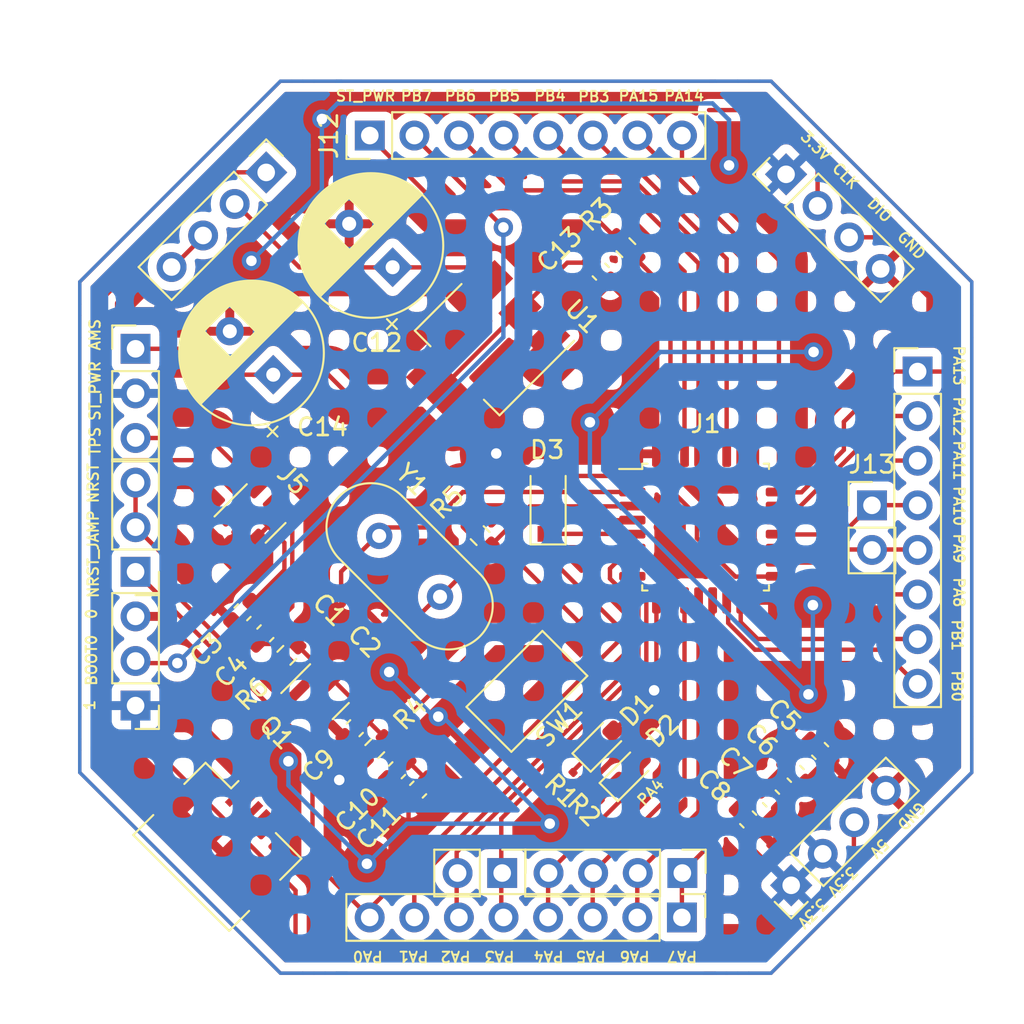
<source format=kicad_pcb>
(kicad_pcb (version 20221018) (generator pcbnew)
  (layers (0 "F.Cu" signal) (31 "B.Cu" signal) (34 "B.Paste" user) (35 "F.Paste" user) (36 "B.SilkS" user "B.Silkscreen") (37 "F.SilkS" user "F.Silkscreen") (38 "B.Mask" user) (39 "F.Mask" user) (44 "Edge.Cuts" user))
  (net 0 "")
  (net 1 "GND")
  (net 2 "Net-(C2-Pad1)")
  (net 3 "+5V")
  (net 4 "+3V3")
  (net 7 "+12V")
  (net 8 "Net-(J1-PF0)")
  (net 9 "Net-(J5-NR)")
  (net 10 "Net-(J1-NRST)")
  (net 11 "Net-(D3-K)")
  (net 12 "Net-(J15-Pin_2)")
  (net 13 "Net-(J14-Pin_1)")
  (net 14 "Net-(D1-K)")
  (net 15 "Net-(D2-K)")
  (net 16 "Net-(D2-A)")
  (net 17 "Net-(J1-PF1)")
  (net 18 "Net-(J1-PA0)")
  (net 19 "Net-(J1-PA1)")
  (net 20 "Net-(J1-PA2)")
  (net 21 "Net-(J1-PA3)")
  (net 22 "Net-(J1-PA5)")
  (net 23 "Net-(J1-PA6)")
  (net 24 "Net-(J1-PA7)")
  (net 25 "Net-(J1-PB0)")
  (net 26 "Net-(J1-PB1)")
  (net 27 "Net-(J1-PA8)")
  (net 28 "Net-(J1-PA9)")
  (net 29 "Net-(J1-PA10)")
  (net 30 "Net-(J1-PA11)")
  (net 31 "Net-(J1-PA12)")
  (net 32 "Net-(J1-PA13)")
  (net 33 "Net-(J1-PA14)")
  (net 34 "Net-(J1-PA15)")
  (net 35 "Net-(J1-PB3)")
  (net 36 "Net-(J1-PB4)")
  (net 37 "Net-(J1-PB5)")
  (net 38 "Net-(J1-PB6)")
  (net 39 "Net-(J1-PB7)")
  (net 40 "Net-(J1-BOOT0)")
  (net 41 "Net-(J14-Pin_3)")
  (net 42 "Net-(J12-Pin_1)")
  (net 43 "Net-(J11-Pin_2)")
  (net 44 "Net-(Q1-G)")
  (footprint "Resistor_SMD:R_0603_1608Metric" (layer "F.Cu") (at 146.583363 100.916637 -135)
    (fp_text reference "R4")
    (fp_text value "5-10kOm")
  )
  (footprint "Crystal:Crystal_HC18-U_Vertical" (layer "F.Cu") (at 146.835177 88.8 -45)
    (fp_text reference "Y1")
    (fp_text value "8MHz")
  )
  (footprint "Capacitor_THT:CP_Radial_D8.0mm_P3.50mm" (layer "F.Cu") (at 147.6 73.5 135)
    (fp_text reference "C12")
    (fp_text value "100mkF")
  )
  (footprint "Capacitor_SMD:C_0603_1608Metric" (layer "F.Cu") (at 147.851992 102.148008 45)
    (fp_text reference "C10")
    (fp_text value "1uF")
  )
  (footprint "Button_Switch_SMD:SW_SPST_FSMSM" (layer "F.Cu") (at 155.24562 97.65438 -135)
    (fp_text reference "SW1")
    (fp_text value "SW_Push")
  )
  (footprint "Connector_PinHeader_2.54mm:PinHeader_1x04_P2.54mm_Vertical" (layer "F.Cu") (at 170.3 108.7 135)
    (fp_text reference "J3" hide)
    (fp_text value "Conn_01x04_Female")
  )
  (footprint "Capacitor_SMD:C_0603_1608Metric" (layer "F.Cu") (at 139.051992 93.148008 -135)
    (fp_text reference "C3")
    (fp_text value "0.1uF")
  )
  (footprint "Connector_PinHeader_2.54mm:PinHeader_1x03_P2.54mm_Vertical" (layer "F.Cu") (at 132.959584 78.144721)
    (fp_text reference "J14" hide)
    (fp_text value "Conn_01x03_Female")
  )
  (footprint "Connector_PinHeader_2.54mm:PinHeader_1x08_P2.54mm_Vertical" (layer "F.Cu") (at 146.3 66 90)
    (fp_text reference "J12")
    (fp_text value "Conn_01x08_Female")
  )
  (footprint "Package_QFP:LQFP-32_7x7mm_P0.8mm" (layer "F.Cu") (at 165.425 88.3)
    (fp_text reference "J1")
    (fp_text value "stm32f030k6t6")
  )
  (footprint "Connector_PinHeader_2.54mm:PinHeader_1x04_P2.54mm_Vertical" (layer "F.Cu") (at 170.007898 68.207898 45)
    (fp_text reference "J4" hide)
    (fp_text value "SWD")
  )
  (footprint "Connector_PinHeader_2.54mm:PinHeader_1x02_P2.54mm_Vertical" (layer "F.Cu") (at 153.84 108 -90)
    (fp_text reference "J8" hide)
    (fp_text value "uart")
  )
  (footprint "Connector_USB:USB_Micro-B_Amphenol_10104110_Horizontal" (layer "F.Cu") (at 138.501996 105.622309 -45)
    (fp_text reference "J2" hide)
    (fp_text value "micro_usb" hide)
  )
  (footprint "Resistor_SMD:R_0603_1608Metric" (layer "F.Cu") (at 152.583363 88.783363 135)
    (fp_text reference "R5")
    (fp_text value "390 Om")
  )
  (footprint "Package_TO_SOT_SMD:SOT-23" (layer "F.Cu") (at 143.5445 97.6707 45)
    (fp_text reference "Q1")
    (fp_text value "MMBF170")
  )
  (footprint "Capacitor_SMD:C_0603_1608Metric" (layer "F.Cu") (at 159.451992 73.751992 -45)
    (fp_text reference "C13")
    (fp_text value "0.1nF")
  )
  (footprint "LED_SMD:LED_0603_1608Metric_Pad1.05x0.95mm_HandSolder" (layer "F.Cu") (at 159.533249 100.535164 45)
    (fp_text reference "D1")
    (fp_text value "LED")
  )
  (footprint "Connector_PinHeader_2.54mm:PinHeader_1x04_P2.54mm_Vertical" (layer "F.Cu") (at 164.1 108 -90)
    (fp_text reference "J7" hide)
    (fp_text value "spi")
  )
  (footprint "Package_TO_SOT_SMD:SOT-23-5" (layer "F.Cu") (at 139.832583 87.523915 45)
    (fp_text reference "J5")
    (fp_text value "TPS73133DBV")
  )
  (footprint "Capacitor_SMD:C_0201_0603Metric" (layer "F.Cu") (at 146.943952 93.943952 135)
    (fp_text reference "C2")
    (fp_text value "20pF")
  )
  (footprint "Diode_SMD:D_SOD-123" (layer "F.Cu") (at 156.454584 87.034721 90)
    (fp_text reference "D3")
    (fp_text value "MBR0540")
  )
  (footprint "Capacitor_SMD:C_0603_1608Metric" (layer "F.Cu") (at 149.051992 103.248008 45)
    (fp_text reference "C11")
    (fp_text value "10nF")
  )
  (footprint "Capacitor_SMD:C_0603_1608Metric" (layer "F.Cu") (at 171.948008 101.048008 -45)
    (fp_text reference "C6")
    (fp_text value "0.1nF")
  )
  (footprint "Resistor_SMD:R_0201_0603Metric" (layer "F.Cu") (at 158.1 102.5 135)
    (fp_text reference "R1")
    (fp_text value "10kOm")
  )
  (footprint "Capacitor_SMD:C_0603_1608Metric" (layer "F.Cu") (at 170.551992 102.351992 -45)
    (fp_text reference "C8")
    (fp_text value "0.1nF")
  )
  (footprint "Resistor_SMD:R_0603_1608Metric" (layer "F.Cu") (at 160.883363 72.383363 135)
    (fp_text reference "R3")
    (fp_text value "10kOm")
  )
  (footprint "Connector_PinHeader_2.54mm:PinHeader_1x04_P2.54mm_Vertical" (layer "F.Cu") (at 140.4 68.1 -45)
    (fp_text reference "J15" hide)
    (fp_text value "Conn_01x04_Female")
  )
  (footprint "Resistor_SMD:R_0201_0603Metric" (layer "F.Cu") (at 159.2 103.6 -45)
    (fp_text reference "R2")
    (fp_text value "10kOm")
  )
  (footprint "Connector_PinHeader_2.54mm:PinHeader_1x02_P2.54mm_Vertical" (layer "F.Cu") (at 174.9 87.06)
    (fp_text reference "J13")
    (fp_text value "i2c")
  )
  (footprint "Capacitor_SMD:C_0603_1608Metric" (layer "F.Cu") (at 167.848008 104.948008 -45)
    (fp_text reference "C7")
    (fp_text value "0.1nF")
  )
  (footprint "Capacitor_SMD:C_0603_1608Metric" (layer "F.Cu") (at 169.151992 103.751992 -45)
    (fp_text reference "C5")
    (fp_text value "0.1nF")
  )
  (footprint "Capacitor_THT:CP_Radial_D8.0mm_P3.50mm" (layer "F.Cu") (at 140.801021 79.620118 135)
    (fp_text reference "C14")
    (fp_text value "470mkF")
  )
  (footprint "Capacitor_SMD:C_0603_1608Metric" (layer "F.Cu") (at 140.351992 94.348008 -135)
    (fp_text reference "C4")
    (fp_text value "0.1uF")
  )
  (footprint "LED_SMD:LED_0603_1608Metric_Pad1.05x0.95mm_HandSolder" (layer "F.Cu") (at 161.081282 102.218718 45)
    (fp_text reference "D2")
    (fp_text value "LED")
  )
  (footprint "Package_TO_SOT_SMD:SOT-223-3_TabPin2" (layer "F.Cu") (at 152.627386 78.172614 -135)
    (fp_text reference "U1")
    (fp_text value "AMS1117-3.3")
  )
  (footprint "Resistor_SMD:R_0603_1608Metric" (layer "F.Cu") (at 141.574929 95.601671 -135)
    (fp_text reference "R6")
    (fp_text value "2kOm")
  )
  (footprint "Connector_PinHeader_2.54mm:PinHeader_1x03_P2.54mm_Vertical" (layer "F.Cu") (at 132.959584 90.844721 180)
    (fp_text reference "J11" hide)
    (fp_text value "Сделать вместе")
  )
  (footprint "Capacitor_SMD:C_0201_0603Metric" (layer "F.Cu") (at 144.926274 92.026274 -45)
    (fp_text reference "C1")
    (fp_text value "20pF")
  )
  (footprint "Connector_PinHeader_2.54mm:PinHeader_1x08_P2.54mm_Vertical" (layer "F.Cu") (at 164.074584 110.529721 -90)
    (fp_text reference "J10" hide)
    (fp_text value "Сделать вместе")
  )
  (footprint "Connector_PinHeader_2.54mm:PinHeader_1x03_P2.54mm_Vertical" (layer "F.Cu") (at 132.959584 98.464721 180)
    (fp_text reference "J6" hide)
    (fp_text value "BOOT")
  )
  (footprint "Connector_PinHeader_2.54mm:PinHeader_1x08_P2.54mm_Vertical" (layer "F.Cu") (at 177.5 79.44)
    (fp_text reference "J9" hide)
    (fp_text value "Сделать вместе")
  )
  (footprint "Capacitor_SMD:C_0603_1608Metric" (layer "F.Cu") (at 145.448008 99.751992 -135)
    (fp_text reference "C9")
    (fp_text value "100nF")
  )
  (gr_line (start 180.584584 77.509721) (end 180.584584 76.239721) (stroke (width 0.2)) (layer "F.Cu"))
  (gr_line (start 129.784584 77.509721) (end 129.784584 76.239721) (stroke (width 0.2)) (layer "F.Cu"))
  (gr_line (start 169.154584 62.904721) (end 167.884584 62.904721) (stroke (width 0.2)) (layer "F.Cu"))
  (gr_line (start 129.784584 75.60472) (end 129.784584 76.239721) (stroke (width 0.2)) (layer "F.Cu"))
  (gr_line (start 169.154584 62.904721) (end 180.584584 74.334721) (stroke (width 0.2)) (layer "F.Cu"))
  (gr_line (start 144.389585 113.704721) (end 143.119584 113.704721) (stroke (width 0.2)) (layer "F.Cu"))
  (gr_line (start 180.584584 74.334721) (end 180.584584 75.604721) (stroke (width 0.2)) (layer "F.Cu"))
  (gr_line (start 180.584584 102.274721) (end 180.584584 101.004721) (stroke (width 0.2)) (layer "F.Cu"))
  (gr_line (start 143.119583 113.704721) (end 142.484584 113.704721) (stroke (width 0.2)) (layer "F.Cu"))
  (gr_line (start 129.784584 100.369721) (end 129.784584 101.004722) (stroke (width 0.2)) (layer "F.Cu"))
  (gr_line (start 165.979584 62.904721) (end 144.389585 62.904721) (stroke (width 0.2)) (layer "F.Cu"))
  (gr_line (start 180.584584 102.274721) (end 169.154584 113.704721) (stroke (width 0.2)) (layer "F.Cu"))
  (gr_line (start 165.662084 62.904721) (end 167.884584 62.904721) (stroke (width 0.2)) (layer "F.Cu"))
  (gr_line (start 141.214584 113.704721) (end 129.784584 102.274721) (stroke (width 0.2)) (layer "F.Cu"))
  (gr_line (start 180.584584 101.004721) (end 180.584584 100.369721) (stroke (width 0.2)) (layer "F.Cu"))
  (gr_line (start 129.784584 75.60472) (end 129.784584 74.334721) (stroke (width 0.2)) (layer "F.Cu"))
  (gr_line (start 144.389585 62.904721) (end 143.119584 62.904721) (stroke (width 0.2)) (layer "F.Cu"))
  (gr_line (start 129.784584 99.099721) (end 129.784584 100.369721) (stroke (width 0.2)) (layer "F.Cu"))
  (gr_line (start 180.584584 76.239721) (end 180.584584 75.604721) (stroke (width 0.2)) (layer "F.Cu"))
  (gr_line (start 129.784584 77.509721) (end 129.784584 99.099721) (stroke (width 0.2)) (layer "F.Cu"))
  (gr_line (start 143.119584 62.904721) (end 141.849584 62.904721) (stroke (width 0.2)) (layer "F.Cu"))
  (gr_line (start 141.849584 62.904721) (end 141.214584 62.904721) (stroke (width 0.2)) (layer "F.Cu"))
  (gr_line (start 180.584584 99.099721) (end 180.584584 100.369721) (stroke (width 0.2)) (layer "F.Cu"))
  (gr_line (start 142.484584 113.704721) (end 141.214584 113.704721) (stroke (width 0.2)) (layer "F.Cu"))
  (gr_line (start 180.584584 99.099721) (end 180.584584 77.509721) (stroke (width 0.2)) (layer "F.Cu"))
  (gr_line (start 129.784584 101.004722) (end 129.784584 102.274721) (stroke (width 0.2)) (layer "F.Cu"))
  (gr_line (start 129.784584 74.334721) (end 141.214584 62.904721) (stroke (width 0.2)) (layer "F.Cu"))
  (gr_line (start 144.389585 113.704721) (end 165.979585 113.704721) (stroke (width 0.2)) (layer "F.Cu"))
  (gr_line (start 165.344584 113.704721) (end 166.614584 113.704721) (stroke (width 0.2)) (layer "F.Cu"))
  (gr_line (start 169.154584 113.704721) (end 167.884584 113.704721) (stroke (width 0.2)) (layer "F.Cu"))
  (gr_line (start 166.614584 113.704721) (end 167.884584 113.704721) (stroke (width 0.2)) (layer "F.Cu"))
  (gr_line (start 165.976299 62.9031) (end 144.3863 62.9031) (stroke (width 0.2)) (layer "B.Cu"))
  (gr_line (start 129.7813 77.5081) (end 129.7813 99.0981) (stroke (width 0.2)) (layer "B.Cu"))
  (gr_line (start 180.5813 76.2381) (end 180.5813 77.5081) (stroke (width 0.2)) (layer "B.Cu"))
  (gr_line (start 180.5813 102.2731) (end 169.1513 113.7031) (stroke (width 0.2)) (layer "B.Cu"))
  (gr_line (start 129.7813 101.0031) (end 129.7813 102.2731) (stroke (width 0.2)) (layer "B.Cu"))
  (gr_line (start 168.5163 62.9031) (end 167.2463 62.9031) (stroke (width 0.2)) (layer "B.Cu"))
  (gr_line (start 142.4813 62.9031) (end 141.2113 62.9031) (stroke (width 0.2)) (layer "B.Cu"))
  (gr_line (start 180.5813 101.003101) (end 180.5813 100.3681) (stroke (width 0.2)) (layer "B.Cu"))
  (gr_line (start 129.7813 75.6031) (end 129.7813 74.3331) (stroke (width 0.2)) (layer "B.Cu"))
  (gr_line (start 144.386299 113.7031) (end 165.976299 113.7031) (stroke (width 0.2)) (layer "B.Cu"))
  (gr_line (start 129.7813 74.3331) (end 141.2113 62.9031) (stroke (width 0.2)) (layer "B.Cu"))
  (gr_line (start 143.7513 113.7031) (end 145.0213 113.7031) (stroke (width 0.2)) (layer "B.Cu"))
  (gr_line (start 180.5813 99.0981) (end 180.5813 77.5081) (stroke (width 0.2)) (layer "B.Cu"))
  (gr_line (start 167.8813 113.7031) (end 167.246301 113.7031) (stroke (width 0.2)) (layer "B.Cu"))
  (gr_line (start 129.7813 75.6031) (end 129.7813 76.2381) (stroke (width 0.2)) (layer "B.Cu"))
  (gr_line (start 169.1513 62.9031) (end 180.5813 74.3331) (stroke (width 0.2)) (layer "B.Cu"))
  (gr_line (start 142.4813 113.7031) (end 141.2113 113.7031) (stroke (width 0.2)) (layer "B.Cu"))
  (gr_line (start 180.5813 76.2381) (end 180.5813 75.603099) (stroke (width 0.2)) (layer "B.Cu"))
  (gr_line (start 167.2463 62.9031) (end 165.976299 62.9031) (stroke (width 0.2)) (layer "B.Cu"))
  (gr_line (start 142.4813 62.9031) (end 144.7038 62.9031) (stroke (width 0.2)) (layer "B.Cu"))
  (gr_line (start 129.7813 100.3681) (end 129.7813 101.0031) (stroke (width 0.2)) (layer "B.Cu"))
  (gr_line (start 167.2463 113.7031) (end 165.976299 113.7031) (stroke (width 0.2)) (layer "B.Cu"))
  (gr_line (start 180.5813 100.3681) (end 180.5813 99.0981) (stroke (width 0.2)) (layer "B.Cu"))
  (gr_line (start 169.1513 62.9031) (end 168.5163 62.9031) (stroke (width 0.2)) (layer "B.Cu"))
  (gr_line (start 180.5813 74.3331) (end 180.5813 75.603099) (stroke (width 0.2)) (layer "B.Cu"))
  (gr_line (start 142.4813 113.7031) (end 143.7513 113.7031) (stroke (width 0.2)) (layer "B.Cu"))
  (gr_line (start 180.5813 102.2731) (end 180.5813 101.003101) (stroke (width 0.2)) (layer "B.Cu"))
  (gr_line (start 129.7813 76.2381) (end 129.7813 77.5081) (stroke (width 0.2)) (layer "B.Cu"))
  (gr_line (start 141.2113 113.7031) (end 129.7813 102.2731) (stroke (width 0.2)) (layer "B.Cu"))
  (gr_line (start 169.1513 113.7031) (end 167.8813 113.7031) (stroke (width 0.2)) (layer "B.Cu"))
  (gr_line (start 129.7813 100.3681) (end 129.7813 99.0981) (stroke (width 0.2)) (layer "B.Cu"))
  (gr_text "3.3V" (at 173.7 107.5 -135) (layer "F.SilkS") (effects (font (size 0.6 0.6) (thickness 0.1125)) (justify left bottom)))
  (gr_text "PA10\n" (at 179.5 85.9 270) (layer "F.SilkS") (effects (font (size 0.6 0.6) (thickness 0.1125)) (justify left bottom)))
  (gr_text "PA5" (at 159.8 112.4 180) (layer "F.SilkS") (effects (font (size 0.6 0.6) (thickness 0.1125)) (justify left bottom)))
  (gr_text "PA6" (at 162.3 112.4 180) (layer "F.SilkS") (effects (font (size 0.6 0.6) (thickness 0.1125)) (justify left bottom)))
  (gr_text "PA7" (at 165 112.4 180) (layer "F.SilkS") (effects (font (size 0.6 0.6) (thickness 0.1125)) (justify left bottom)))
  (gr_text "PB1" (at 179.4 93.5 270) (layer "F.SilkS") (effects (font (size 0.6 0.6) (thickness 0.1125)) (justify left bottom)))
  (gr_text "PA2" (at 152.1 112.4 180) (layer "F.SilkS") (effects (font (size 0.6 0.6) (thickness 0.1125)) (justify left bottom)))
  (gr_text "3.3V" (at 170.7 66.1 315) (layer "F.SilkS") (effects (font (size 0.6 0.6) (thickness 0.1125)) (justify left bottom)))
  (gr_text "PA15\n" (at 160.4 64.1) (layer "F.SilkS") (effects (font (size 0.6 0.6) (thickness 0.1125)) (justify left bottom)))
  (gr_text "BOOT0" (at 130.8 97.4 90) (layer "F.SilkS") (effects (font (size 0.6 0.6) (thickness 0.1125)) (justify left bottom)))
  (gr_text "PB4\n" (at 155.6 64.1) (layer "F.SilkS") (effects (font (size 0.6 0.6) (thickness 0.1125)) (justify left bottom)))
  (gr_text "ST_PWR" (at 131 82.3 90) (layer "F.SilkS") (effects (font (size 0.6 0.6) (thickness 0.1125)) (justify left bottom)))
  (gr_text "PA12\n" (at 179.5 80.8 270) (layer "F.SilkS") (effects (font (size 0.6 0.6) (thickness 0.1125)) (justify left bottom)))
  (gr_text "PB0" (at 179.4 96.4 270) (layer "F.SilkS") (effects (font (size 0.6 0.6) (thickness 0.1125)) (justify left bottom)))
  (gr_text "PA4" (at 161.9 104.3 45) (layer "F.SilkS") (effects (font (size 0.6 0.6) (thickness 0.1125)) (justify left bottom)))
  (gr_text "TPS" (at 131 84.3 90) (layer "F.SilkS") (effects (font (size 0.6 0.6) (thickness 0.1125)) (justify left bottom)))
  (gr_text "3.3V" (at 172 109.3 -135) (layer "F.SilkS") (effects (font (size 0.6 0.6) (thickness 0.1125)) (justify left bottom)))
  (gr_text "PA9" (at 179.5 88.6 270) (layer "F.SilkS") (effects (font (size 0.6 0.6) (thickness 0.1125)) (justify left bottom)))
  (gr_text "CLK" (at 172.5 67.9 315) (layer "F.SilkS") (effects (font (size 0.6 0.6) (thickness 0.1125)) (justify left bottom)))
  (gr_text "DIO" (at 174.5 69.9 315) (layer "F.SilkS") (effects (font (size 0.6 0.6) (thickness 0.1125)) (justify left bottom)))
  (gr_text "GND" (at 177.6 103.8 -135) (layer "F.SilkS") (effects (font (size 0.6 0.6) (thickness 0.1125)) (justify left bottom)))
  (gr_text "0\n" (at 130.8 93.6 90) (layer "F.SilkS") (effects (font (size 0.6 0.6) (thickness 0.1125)) (justify left bottom)))
  (gr_text "AMS" (at 131 78.3 90) (layer "F.SilkS") (effects (font (size 0.6 0.6) (thickness 0.1125)) (justify left bottom)))
  (gr_text "PA1" (at 149.7 112.4 180) (layer "F.SilkS") (effects (font (size 0.6 0.6) (thickness 0.1125)) (justify left bottom)))
  (gr_text "PA14" (at 163 64.1) (layer "F.SilkS") (effects (font (size 0.6 0.6) (thickness 0.1125)) (justify left bottom)))
  (gr_text "PB3\n\n" (at 158.1 65.1) (layer "F.SilkS") (effects (font (size 0.6 0.6) (thickness 0.1125)) (justify left bottom)))
  (gr_text "1\n" (at 130.7 98.8 90) (layer "F.SilkS") (effects (font (size 0.6 0.6) (thickness 0.1125)) (justify left bottom)))
  (gr_text "PB6\n" (at 150.5 64.1) (layer "F.SilkS") (effects (font (size 0.6 0.6) (thickness 0.1125)) (justify left bottom)))
  (gr_text "5V" (at 175.5 105.9 225) (layer "F.SilkS") (effects (font (size 0.6 0.6) (thickness 0.1125)) (justify left bottom)))
  (gr_text "PA4" (at 157.4 112.4 180) (layer "F.SilkS") (effects (font (size 0.6 0.6) (thickness 0.1125)) (justify left bottom)))
  (gr_text "PA11\n" (at 179.5 83.3 270) (layer "F.SilkS") (effects (font (size 0.6 0.6) (thickness 0.1125)) (justify left bottom)))
  (gr_text "NRST" (at 130.9 87 90) (layer "F.SilkS") (effects (font (size 0.6 0.6) (thickness 0.1125)) (justify left bottom)))
  (gr_text "GND" (at 176.2 71.8 315) (layer "F.SilkS") (effects (font (size 0.6 0.6) (thickness 0.1125)) (justify left bottom)))
  (gr_text "PB5\n" (at 153 64.1) (layer "F.SilkS") (effects (font (size 0.6 0.6) (thickness 0.1125)) (justify left bottom)))
  (gr_text "PA3" (at 154.6 112.4 180) (layer "F.SilkS") (effects (font (size 0.6 0.6) (thickness 0.1125)) (justify left bottom)))
  (gr_text "PB7\n" (at 148 64.1) (layer "F.SilkS") (effects (font (size 0.6 0.6) (thickness 0.1125)) (justify left bottom)))
  (gr_text "PA13" (at 179.5 77.9 270) (layer "F.SilkS") (effects (font (size 0.6 0.6) (thickness 0.1125)) (justify left bottom)))
  (gr_text "ST_PWR" (at 144.3 64.1) (layer "F.SilkS") (effects (font (size 0.6 0.6) (thickness 0.1125)) (justify left bottom)))
  (gr_text "PA0" (at 147.1 112.4 180) (layer "F.SilkS") (effects (font (size 0.6 0.6) (thickness 0.1125)) (justify left bottom)))
  (gr_text "NRST_JAMP" (at 130.9 92.4 90) (layer "F.SilkS") (effects (font (size 0.6 0.6) (thickness 0.1125)) (justify left bottom)))
  (gr_text "PA8" (at 179.5 91.1 270) (layer "F.SilkS") (effects (font (size 0.6 0.6) (thickness 0.1125)) (justify left bottom)))
  (via (at 135.3403 96.0451) (size 1.1) (drill 0.6) (layers "F.Cu" "B.Cu") (net 0))
  (via (at 153.9077 71.2293) (size 1.1) (drill 0.6) (layers "F.Cu" "B.Cu") (net 0))
  (segment (start 156.5493 105.1891) (end 158.366323 103.372077) (width 0.25) (layer "F.Cu") (net 1))
  (segment (start 140.9791 94.9529) (end 141.000684 94.931316) (width 0.25) (layer "F.Cu") (net 1))
  (segment (start 139.803068 94.9529) (end 140.9791 94.9529) (width 0.25) (layer "F.Cu") (net 1))
  (segment (start 141.000684 94.931316) (end 142.1729 93.7591) (width 0.25) (layer "F.Cu") (net 1))
  (segment (start 141.000684 95.076084) (end 142.0205 96.0959) (width 0.25) (layer "F.Cu") (net 1))
  (segment (start 139.781484 94.931316) (end 139.803068 94.9529) (width 0.25) (layer "F.Cu") (net 1))
  (segment (start 143.553339 99.005364) (end 143.553339 100.194139) (width 0.25) (layer "F.Cu") (net 1))
  (segment (start 141.0807 98.2549) (end 141.831164 99.005364) (width 0.25) (layer "F.Cu") (net 1))
  (segment (start 158.366323 103.372077) (end 158.937865 103.372077) (width 0.25) (layer "F.Cu") (net 1))
  (segment (start 142.0205 96.0959) (end 142.0205 96.6039) (width 0.25) (layer "F.Cu") (net 1))
  (segment (start 141.0807 97.5437) (end 141.0807 98.2549) (width 0.25) (layer "F.Cu") (net 1))
  (segment (start 143.553339 100.194139) (end 143.6207 100.2615) (width 0.25) (layer "F.Cu") (net 1))
  (segment (start 142.0205 96.6039) (end 141.0807 97.5437) (width 0.25) (layer "F.Cu") (net 1))
  (segment (start 148.506991 105.103409) (end 146.1353 107.4751) (width 0.25) (layer "F.Cu") (net 1))
  (segment (start 142.1729 93.7591) (end 142.5793 93.7591) (width 0.25) (layer "F.Cu") (net 1))
  (segment (start 141.831164 99.005364) (end 143.553339 99.005364) (width 0.25) (layer "F.Cu") (net 1))
  (segment (start 158.366323 102.766323) (end 158.366323 103.372077) (width 0.25) (layer "F.Cu") (net 1))
  (segment (start 158.326274 102.726274) (end 158.366323 102.766323) (width 0.25) (layer "F.Cu") (net 1))
  (segment (start 148.506991 103.843048) (end 148.506991 105.103409) (width 0.25) (layer "F.Cu") (net 1))
  (segment (start 141.000684 94.931316) (end 141.000684 95.076084) (width 0.25) (layer "F.Cu") (net 1))
  (via (at 146.1353 107.4751) (size 1.1) (drill 0.6) (layers "F.Cu" "B.Cu") (net 1))
  (via (at 139.5567 73.1343) (size 1.1) (drill 0.6) (layers "F.Cu" "B.Cu") (net 1))
  (via (at 171.2813 97.8231) (size 1.1) (drill 0.6) (layers "F.Cu" "B.Cu") (net 1))
  (via (at 166.7601 67.6987) (size 1.1) (drill 0.6) (layers "F.Cu" "B.Cu") (net 1))
  (via (at 147.4053 96.5531) (size 1.1) (drill 0.6) (layers "F.Cu" "B.Cu") (net 1))
  (via (at 141.6649 101.6331) (size 1.1) (drill 0.6) (layers "F.Cu" "B.Cu") (net 1))
  (via (at 158.8353 82.3291) (size 1.1) (drill 0.6) (layers "F.Cu" "B.Cu") (net 1))
  (via (at 171.5353 92.7431) (size 1.1) (drill 0.6) (layers "F.Cu" "B.Cu") (net 1))
  (via (at 156.5493 105.1891) (size 1.1) (drill 0.6) (layers "F.Cu" "B.Cu") (net 1))
  (via (at 143.5699 65.0571) (size 1.1) (drill 0.6) (layers "F.Cu" "B.Cu") (net 1))
  (via (at 171.575693 78.325378) (size 1.1) (drill 0.6) (layers "F.Cu" "B.Cu") (net 1))
  (via (at 150.1993 99.0931) (size 1.1) (drill 0.6) (layers "F.Cu" "B.Cu") (net 1))
  (segment (start 158.8353 82.3291) (end 158.8353 85.3771) (width 0.25) (layer "B.Cu") (net 1))
  (segment (start 148.4213 105.1891) (end 156.5493 105.1891) (width 0.25) (layer "B.Cu") (net 1))
  (segment (start 165.8203 64.1681) (end 144.4589 64.1681) (width 0.25) (layer "B.Cu") (net 1))
  (segment (start 141.6649 103.0047) (end 146.1353 107.4751) (width 0.25) (layer "B.Cu") (net 1))
  (segment (start 149.9453 99.0931) (end 150.1993 99.0931) (width 0.25) (layer "B.Cu") (net 1))
  (segment (start 158.8353 85.3771) (end 171.2813 97.8231) (width 0.25) (layer "B.Cu") (net 1))
  (segment (start 171.5353 97.5691) (end 171.2813 97.8231) (width 0.25) (layer "B.Cu") (net 1))
  (segment (start 147.4053 96.5531) (end 149.9453 99.0931) (width 0.25) (layer "B.Cu") (net 1))
  (segment (start 171.5353 92.7431) (end 171.5353 97.5691) (width 0.25) (layer "B.Cu") (net 1))
  (segment (start 144.4589 64.1681) (end 143.5699 65.0571) (width 0.25) (layer "B.Cu") (net 1))
  (segment (start 162.839022 78.325378) (end 158.8353 82.3291) (width 0.25) (layer "B.Cu") (net 1))
  (segment (start 166.7601 65.1079) (end 165.8203 64.1681) (width 0.25) (layer "B.Cu") (net 1))
  (segment (start 141.6649 101.6331) (end 141.6649 103.0047) (width 0.25) (layer "B.Cu") (net 1))
  (segment (start 150.1993 99.0931) (end 150.4533 99.0931) (width 0.25) (layer "B.Cu") (net 1))
  (segment (start 171.575693 78.325378) (end 162.839022 78.325378) (width 0.25) (layer "B.Cu") (net 1))
  (segment (start 146.1353 107.4751) (end 148.4213 105.1891) (width 0.25) (layer "B.Cu") (net 1))
  (segment (start 150.4533 99.0931) (end 156.5493 105.1891) (width 0.25) (layer "B.Cu") (net 1))
  (segment (start 166.7601 67.6987) (end 166.7601 65.1079) (width 0.25) (layer "B.Cu") (net 1))
  (segment (start 143.5699 65.0571) (end 143.5699 69.1211) (width 0.25) (layer "B.Cu") (net 1))
  (segment (start 143.5699 69.1211) (end 139.5567 73.1343) (width 0.25) (layer "B.Cu") (net 1))
  (segment (start 150.3 92.264823) (end 152 90.564823) (width 0.25) (layer "F.Cu") (net 2))
  (segment (start 150.1993 92.2351) (end 148.195026 94.239374) (width 0.25) (layer "F.Cu") (net 2))
  (segment (start 151.9773 88.1711) (end 151.826574 88.020374) (width 0.25) (layer "F.Cu") (net 2))
  (segment (start 148.195026 94.239374) (end 147.123574 94.239374) (width 0.25) (layer "F.Cu") (net 2))
  (segment (start 152 90.564823) (end 152 88.2) (width 0.25) (layer "F.Cu") (net 2))
  (segment (start 169.2493 112.5551) (end 173.86968 107.93472) (width 0.25) (layer "F.Cu") (net 3))
  (segment (start 139.1503 86.9011) (end 140.503252 88.254053) (width 0.25) (layer "F.Cu") (net 3))
  (segment (start 139.1503 86.920001) (end 139.1503 86.9011) (width 0.25) (layer "F.Cu") (net 3))
  (segment (start 140.470635 68.09367) (end 138.27273 68.09367) (width 0.25) (layer "F.Cu") (net 3))
  (segment (start 141.4363 89.187101) (end 140.503252 88.254053) (width 0.25) (layer "F.Cu") (net 3))
  (segment (start 140.503252 88.254053) (end 139.732916 89.024389) (width 0.25) (layer "F.Cu") (net 3))
  (segment (start 131.1493 84.4881) (end 131.1493 100.3631) (width 0.25) (layer "F.Cu") (net 3))
  (segment (start 131.1493 75.2171) (end 131.1493 84.4881) (width 0.25) (layer "F.Cu") (net 3))
  (segment (start 173.86968 107.93472) (end 173.86968 105.179625) (width 0.25) (layer "F.Cu") (net 3))
  (segment (start 131.1493 84.4881) (end 136.7373 84.4881) (width 0.25) (layer "F.Cu") (net 3))
  (segment (start 135.688818 100.6171) (end 138.678773 103.607055) (width 0.25) (layer "F.Cu") (net 3))
  (segment (start 131.4033 100.6171) (end 133.6893 100.6171) (width 0.25) (layer "F.Cu") (net 3))
  (segment (start 133.6893 100.6171) (end 142.0713 108.9991) (width 0.25) (layer "F.Cu") (net 3))
  (segment (start 131.1493 100.3631) (end 131.4033 100.6171) (width 0.25) (layer "F.Cu") (net 3))
  (segment (start 139.15975 86.910551) (end 138.389414 87.680887) (width 0.25) (layer "F.Cu") (net 3))
  (segment (start 142.0713 108.9991) (end 142.0713 111.7931) (width 0.25) (layer "F.Cu") (net 3))
  (segment (start 138.389414 87.680887) (end 139.1503 86.920001) (width 0.25) (layer "F.Cu") (net 3))
  (segment (start 131.4033 100.6171) (end 135.688818 100.6171) (width 0.25) (layer "F.Cu") (net 3))
  (segment (start 142.0713 111.7931) (end 142.8333 112.5551) (width 0.25) (layer "F.Cu") (net 3))
  (segment (start 141.4363 90.746922) (end 141.4363 89.187101) (width 0.25) (layer "F.Cu") (net 3))
  (segment (start 142.8333 112.5551) (end 169.2493 112.5551) (width 0.25) (layer "F.Cu") (net 3))
  (segment (start 138.27273 68.09367) (end 131.1493 75.2171) (width 0.25) (layer "F.Cu") (net 3))
  (segment (start 139.612711 92.570511) (end 141.4363 90.746922) (width 0.25) (layer "F.Cu") (net 3))
  (segment (start 136.7373 84.4881) (end 139.15975 86.910551) (width 0.25) (layer "F.Cu") (net 3))
  (segment (start 145.747679 101.512721) (end 144.5605 102.6999) (width 0.25) (layer "F.Cu") (net 4))
  (segment (start 171.332471 100.428149) (end 169.985434 101.775186) (width 0.25) (layer "F.Cu") (net 4))
  (segment (start 161.114243 85.384721) (end 161.2482 85.518678) (width 0.25) (layer "F.Cu") (net 4))
  (segment (start 160.151967 99.916446) (end 160.170954 99.916446) (width 0.25) (layer "F.Cu") (net 4))
  (segment (start 160.170954 99.916446) (end 162.4929 97.5945) (width 0.25) (layer "F.Cu") (net 4))
  (segment (start 167.116878 91.118678) (end 169.5982 91.118678) (width 0.25) (layer "F.Cu") (net 4))
  (segment (start 154.778921 85.384721) (end 156.454584 85.384721) (width 0.25) (layer "F.Cu") (net 4))
  (segment (start 169.985434 101.775186) (end 168.638396 103.122224) (width 0.25) (layer "F.Cu") (net 4))
  (segment (start 162.786878 85.518678) (end 164.9313 87.6631) (width 0.25) (layer "F.Cu") (net 4))
  (segment (start 153.5013 84.1071) (end 154.778921 85.384721) (width 0.25) (layer "F.Cu") (net 4))
  (segment (start 161.2482 85.518678) (end 162.786878 85.518678) (width 0.25) (layer "F.Cu") (net 4))
  (segment (start 170.277578 108.771727) (end 167.291357 105.785506) (width 0.25) (layer "F.Cu") (net 4))
  (segment (start 167.291357 105.785506) (end 167.291357 104.469263) (width 0.25) (layer "F.Cu") (net 4))
  (segment (start 146.040584 101.512721) (end 145.747679 101.512721) (width 0.25) (layer "F.Cu") (net 4))
  (segment (start 156.454584 85.384721) (end 161.114243 85.384721) (width 0.25) (layer "F.Cu") (net 4))
  (segment (start 167.291357 104.469263) (end 168.638396 103.122224) (width 0.25) (layer "F.Cu") (net 4))
  (segment (start 164.9313 87.6631) (end 164.9313 88.9331) (width 0.25) (layer "F.Cu") (net 4))
  (segment (start 164.9313 88.9331) (end 167.116878 91.118678) (width 0.25) (layer "F.Cu") (net 4))
  (segment (start 172.073629 106.975676) (end 170.277578 108.771727) (width 0.25) (layer "F.Cu") (net 4))
  (via (at 162.4929 97.5945) (size 1.1) (drill 0.6) (layers "F.Cu" "B.Cu") (net 4))
  (via (at 153.5013 84.1071) (size 1.1) (drill 0.6) (layers "F.Cu" "B.Cu") (net 4))
  (via (at 144.5605 102.6999) (size 1.1) (drill 0.6) (layers "F.Cu" "B.Cu") (net 4))
  (segment (start 135.082481 73.481824) (end 136.878533 71.685772) (width 0.25) (layer "F.Cu") (net 7))
  (segment (start 161.25 86.3) (end 151.6 86.3) (width 0.25) (layer "F.Cu") (net 8))
  (segment (start 149.579723 88.320277) (end 146.835177 88.320277) (width 0.25) (layer "F.Cu") (net 8))
  (segment (start 146.734477 88.770277) (end 144.666752 90.838002) (width 0.25) (layer "F.Cu") (net 8))
  (segment (start 151.6 86.3) (end 149.579723 88.320277) (width 0.25) (layer "F.Cu") (net 8))
  (segment (start 144.666752 90.838002) (end 144.666752 91.782552) (width 0.25) (layer "F.Cu") (net 8))
  (segment (start 141.88582 92.82698) (end 140.8775 93.8353) (width 0.25) (layer "F.Cu") (net 9))
  (segment (start 141.88582 87.959957) (end 141.88582 92.82698) (width 0.25) (layer "F.Cu") (net 9))
  (segment (start 141.341584 87.415721) (end 141.88582 87.959957) (width 0.25) (layer "F.Cu") (net 9))
  (segment (start 153.166824 94.386481) (end 147.20731 100.345995) (width 0.25) (layer "F.Cu") (net 10))
  (segment (start 154.8983 88.4251) (end 154.8983 90.402957) (width 0.25) (layer "F.Cu") (net 10))
  (segment (start 145.966356 99.199477) (end 146.060792 99.199477) (width 0.25) (layer "F.Cu") (net 10))
  (segment (start 158.881824 94.386481) (end 153.166824 94.386481) (width 0.25) (layer "F.Cu") (net 10))
  (segment (start 144.300174 97.095523) (end 145.966356 98.761705) (width 0.25) (layer "F.Cu") (net 10))
  (segment (start 161.2482 87.918678) (end 161.239732 87.91021) (width 0.25) (layer "F.Cu") (net 10))
  (segment (start 154.8983 90.402957) (end 158.881824 94.386481) (width 0.25) (layer "F.Cu") (net 10))
  (segment (start 146.060792 99.199477) (end 147.20731 100.345995) (width 0.25) (layer "F.Cu") (net 10))
  (segment (start 155.41319 87.91021) (end 154.8983 88.4251) (width 0.25) (layer "F.Cu") (net 10))
  (segment (start 161.239732 87.91021) (end 155.41319 87.91021) (width 0.25) (layer "F.Cu") (net 10))
  (segment (start 145.966356 98.761705) (end 145.966356 99.199477) (width 0.25) (layer "F.Cu") (net 10))
  (segment (start 160.542776 94.718624) (end 151.7233 103.5381) (width 0.25) (layer "F.Cu") (net 11))
  (segment (start 161.2482 88.718678) (end 161.214243 88.684721) (width 0.25) (layer "F.Cu") (net 11))
  (segment (start 151.7233 103.5381) (end 150.394075 103.5381) (width 0.25) (layer "F.Cu") (net 11))
  (segment (start 149.603007 102.747032) (end 149.593927 102.747032) (width 0.25) (layer "F.Cu") (net 11))
  (segment (start 156.454584 88.684721) (end 156.454584 89.958807) (width 0.25) (layer "F.Cu") (net 11))
  (segment (start 148.444765 101.588792) (end 148.426381 101.588792) (width 0.25) (layer "F.Cu") (net 11))
  (segment (start 161.214243 88.684721) (end 156.454584 88.684721) (width 0.25) (layer "F.Cu") (net 11))
  (segment (start 150.394075 103.5381) (end 149.603007 102.747032) (width 0.25) (layer "F.Cu") (net 11))
  (segment (start 149.593927 102.747032) (end 148.4066 101.559705) (width 0.25) (layer "F.Cu") (net 11))
  (segment (start 160.542776 94.046999) (end 160.542776 94.718624) (width 0.25) (layer "F.Cu") (net 11))
  (segment (start 156.454584 89.958807) (end 160.542776 94.046999) (width 0.25) (layer "F.Cu") (net 11))
  (segment (start 147.118458 73.507595) (end 152.325459 73.507595) (width 0.25) (layer "F.Cu") (net 12))
  (segment (start 152.325459 73.507595) (end 153.177239 74.359375) (width 0.25) (layer "F.Cu") (net 12))
  (segment (start 142.292458 73.507595) (end 147.118458 73.507595) (width 0.25) (layer "F.Cu") (net 12))
  (segment (start 138.674584 69.889721) (end 142.292458 73.507595) (width 0.25) (layer "F.Cu") (net 12))
  (segment (start 154.803584 75.985721) (end 150.348812 80.440493) (width 0.25) (layer "F.Cu") (net 13))
  (segment (start 140.801021 79.620118) (end 143.934318 79.620118) (width 0.25) (layer "F.Cu") (net 13))
  (segment (start 140.801021 79.620118) (end 138.796591 79.620118) (width 0.25) (layer "F.Cu") (net 13))
  (segment (start 145.1193 80.8051) (end 149.984205 80.8051) (width 0.25) (layer "F.Cu") (net 13))
  (segment (start 143.934318 79.620118) (end 145.1193 80.8051) (width 0.25) (layer "F.Cu") (net 13))
  (segment (start 137.321194 78.144721) (end 132.959584 78.144721) (width 0.25) (layer "F.Cu") (net 13))
  (segment (start 149.984205 80.8051) (end 150.348812 80.440493) (width 0.25) (layer "F.Cu") (net 13))
  (segment (start 138.796591 79.620118) (end 137.321194 78.144721) (width 0.25) (layer "F.Cu") (net 13))
  (segment (start 158.914568 73.238705) (end 157.5506 73.238705) (width 0.25) (layer "F.Cu") (net 13))
  (segment (start 157.5506 73.238705) (end 154.803584 75.985721) (width 0.25) (layer "F.Cu") (net 13))
  (segment (start 157.860236 102.294446) (end 157.860236 102.208177) (width 0.25) (layer "F.Cu") (net 14))
  (segment (start 157.860236 102.208177) (end 158.914531 101.153882) (width 0.25) (layer "F.Cu") (net 14))
  (segment (start 159.47668 103.824625) (end 159.390413 103.824625) (width 0.25) (layer "F.Cu") (net 15))
  (segment (start 160.534866 102.766439) (end 159.47668 103.824625) (width 0.25) (layer "F.Cu") (net 15))
  (segment (start 156.454584 107.989721) (end 161.772302 102.672003) (width 0.25) (layer "F.Cu") (net 16))
  (segment (start 161.772302 102.672003) (end 161.772302 101.529003) (width 0.25) (layer "F.Cu") (net 16))
  (segment (start 156.454584 107.989721) (end 156.454584 110.529721) (width 0.25) (layer "F.Cu") (net 16))
  (segment (start 163.4232 99.878105) (end 161.772302 101.529003) (width 0.25) (layer "F.Cu") (net 16))
  (segment (start 163.4232 92.493678) (end 163.4232 99.878105) (width 0.25) (layer "F.Cu") (net 16))
  (segment (start 153.096574 89.337826) (end 153.144026 89.337826) (width 0.25) (layer "F.Cu") (net 17))
  (segment (start 155.414774 87.118678) (end 153.166726 89.366726) (width 0.25) (layer "F.Cu") (net 17))
  (segment (start 161.2482 87.118678) (end 155.414774 87.118678) (width 0.25) (layer "F.Cu") (net 17))
  (segment (start 161.2482 89.518678) (end 159.926122 89.518678) (width 0.25) (layer "F.Cu") (net 18))
  (segment (start 159.1147 90.3301) (end 159.1147 91.4985) (width 0.25) (layer "F.Cu") (net 18))
  (segment (start 143.0365 107.271637) (end 146.294584 110.529721) (width 0.25) (layer "F.Cu") (net 18))
  (segment (start 160.992296 93.376096) (end 160.992296 95.335904) (width 0.25) (layer "F.Cu") (net 18))
  (segment (start 143.0365 100.921637) (end 143.0365 107.271637) (width 0.25) (layer "F.Cu") (net 18))
  (segment (start 160.992296 95.335904) (end 146.294584 110.033616) (width 0.25) (layer "F.Cu") (net 18))
  (segment (start 146.294584 110.033616) (end 146.294584 110.529721) (width 0.25) (layer "F.Cu") (net 18))
  (segment (start 132.959584 90.844721) (end 143.0365 100.921637) (width 0.25) (layer "F.Cu") (net 18))
  (segment (start 159.926122 89.518678) (end 159.1147 90.3301) (width 0.25) (layer "F.Cu") (net 18))
  (segment (start 159.1147 91.4985) (end 160.992296 93.376096) (width 0.25) (layer "F.Cu") (net 18))
  (segment (start 161.2482 90.318678) (end 160.319922 90.318678) (width 0.25) (layer "F.Cu") (net 19))
  (segment (start 159.9783 90.6603) (end 159.9783 91.234495) (width 0.25) (layer "F.Cu") (net 19))
  (segment (start 161.59916 95.819804) (end 148.834584 108.58438) (width 0.25) (layer "F.Cu") (net 19))
  (segment (start 161.59916 92.855355) (end 161.59916 95.819804) (width 0.25) (layer "F.Cu") (net 19))
  (segment (start 148.834584 108.58438) (end 148.834584 110.529721) (width 0.25) (layer "F.Cu") (net 19))
  (segment (start 160.319922 90.318678) (end 159.9783 90.6603) (width 0.25) (layer "F.Cu") (net 19))
  (segment (start 159.9783 91.234495) (end 161.59916 92.855355) (width 0.25) (layer "F.Cu") (net 19))
  (segment (start 162.04868 96.006002) (end 162.04868 91.919158) (width 0.25) (layer "F.Cu") (net 20))
  (segment (start 151.247584 107.989721) (end 151.247584 106.807099) (width 0.25) (layer "F.Cu") (net 20))
  (segment (start 151.247584 106.807099) (end 154.555041 103.499641) (width 0.25) (layer "F.Cu") (net 20))
  (segment (start 154.555041 103.499641) (end 162.04868 96.006002) (width 0.25) (layer "F.Cu") (net 20))
  (segment (start 151.247584 107.989721) (end 151.247584 110.402721) (width 0.25) (layer "F.Cu") (net 20))
  (segment (start 162.04868 91.919158) (end 161.2482 91.118678) (width 0.25) (layer "F.Cu") (net 20))
  (segment (start 151.247584 110.402721) (end 151.374584 110.529721) (width 0.25) (layer "F.Cu") (net 20))
  (segment (start 162.6232 96.0672) (end 162.6232 92.493678) (width 0.25) (layer "F.Cu") (net 21))
  (segment (start 153.787584 104.902816) (end 162.6232 96.0672) (width 0.25) (layer "F.Cu") (net 21))
  (segment (start 153.787584 107.989721) (end 153.787584 104.902816) (width 0.25) (layer "F.Cu") (net 21))
  (segment (start 153.787584 110.402721) (end 153.914584 110.529721) (width 0.25) (layer "F.Cu") (net 21))
  (segment (start 153.787584 107.989721) (end 153.787584 110.402721) (width 0.25) (layer "F.Cu") (net 21))
  (segment (start 164.2232 102.761105) (end 158.994584 107.989721) (width 0.25) (layer "F.Cu") (net 22))
  (segment (start 158.994584 107.989721) (end 158.994584 110.529721) (width 0.25) (layer "F.Cu") (net 22))
  (segment (start 164.2232 92.493678) (end 164.2232 102.761105) (width 0.25) (layer "F.Cu") (net 22))
  (segment (start 165.0232 92.493678) (end 165.0232 104.501105) (width 0.25) (layer "F.Cu") (net 23))
  (segment (start 165.0232 104.501105) (end 161.534584 107.989721) (width 0.25) (layer "F.Cu") (net 23))
  (segment (start 161.534584 107.989721) (end 161.534584 110.529721) (width 0.25) (layer "F.Cu") (net 23))
  (segment (start 165.8232 106.241105) (end 164.074584 107.989721) (width 0.25) (layer "F.Cu") (net 24))
  (segment (start 164.074584 107.989721) (end 164.074584 110.529721) (width 0.25) (layer "F.Cu") (net 24))
  (segment (start 165.8232 92.493678) (end 165.8232 106.241105) (width 0.25) (layer "F.Cu") (net 24))
  (segment (start 177.409584 97.209721) (end 175.482963 95.2831) (width 0.25) (layer "F.Cu") (net 25))
  (segment (start 166.7093 93.7591) (end 166.7093 92.579778) (width 0.25) (layer "F.Cu") (net 25))
  (segment (start 166.7093 92.579778) (end 166.6232 92.493678) (width 0.25) (layer "F.Cu") (net 25))
  (segment (start 168.2333 95.2831) (end 166.7093 93.7591) (width 0.25) (layer "F.Cu") (net 25))
  (segment (start 175.482963 95.2831) (end 168.2333 95.2831) (width 0.25) (layer "F.Cu") (net 25))
  (segment (start 168.381921 94.669721) (end 167.4232 93.711) (width 0.25) (layer "F.Cu") (net 26))
  (segment (start 167.4232 93.711) (end 167.4232 92.493678) (width 0.25) (layer "F.Cu") (net 26))
  (segment (start 177.409584 94.669721) (end 168.381921 94.669721) (width 0.25) (layer "F.Cu") (net 26))
  (segment (start 169.5982 90.318678) (end 173.428878 90.318678) (width 0.25) (layer "F.Cu") (net 27))
  (segment (start 173.428878 90.318678) (end 175.239921 92.129721) (width 0.25) (layer "F.Cu") (net 27))
  (segment (start 175.239921 92.129721) (end 177.409584 92.129721) (width 0.25) (layer "F.Cu") (net 27))
  (segment (start 169.654243 89.574721) (end 169.5982 89.518678) (width 0.25) (layer "F.Cu") (net 28))
  (segment (start 174.869584 89.574721) (end 177.394584 89.574721) (width 0.25) (layer "F.Cu") (net 28))
  (segment (start 174.869584 89.574721) (end 169.654243 89.574721) (width 0.25) (layer "F.Cu") (net 28))
  (segment (start 177.394584 89.574721) (end 177.409584 89.589721) (width 0.25) (layer "F.Cu") (net 28))
  (segment (start 174.884584 87.049721) (end 174.869584 87.034721) (width 0.25) (layer "F.Cu") (net 29))
  (segment (start 173.185627 88.718678) (end 169.5982 88.718678) (width 0.25) (layer "F.Cu") (net 29))
  (segment (start 177.409584 87.049721) (end 174.884584 87.049721) (width 0.25) (layer "F.Cu") (net 29))
  (segment (start 174.869584 87.034721) (end 173.185627 88.718678) (width 0.25) (layer "F.Cu") (net 29))
  (segment (start 177.409584 84.509721) (end 174.434679 84.509721) (width 0.25) (layer "F.Cu") (net 30))
  (segment (start 174.434679 84.509721) (end 171.025722 87.918678) (width 0.25) (layer "F.Cu") (net 30))
  (segment (start 171.025722 87.918678) (end 169.5982 87.918678) (width 0.25) (layer "F.Cu") (net 30))
  (segment (start 175.958679 81.969721) (end 170.809722 87.118678) (width 0.25) (layer "F.Cu") (net 31))
  (segment (start 177.409584 81.969721) (end 175.958679 81.969721) (width 0.25) (layer "F.Cu") (net 31))
  (segment (start 170.809722 87.118678) (end 169.5982 87.118678) (width 0.25) (layer "F.Cu") (net 31))
  (segment (start 169.5982 86.318678) (end 170.881322 86.318678) (width 0.25) (layer "F.Cu") (net 32))
  (segment (start 176.16 79.44) (end 177.5 79.44) (width 0.25) (layer "F.Cu") (net 32))
  (segment (start 170.881322 86.318678) (end 173.3 83.9) (width 0.25) (layer "F.Cu") (net 32))
  (segment (start 177.5 79.44) (end 178.96 79.44) (width 0.25) (layer "F.Cu") (net 32))
  (segment (start 178.96 79.44) (end 179.6406 78.7594) (width 0.25) (layer "F.Cu") (net 32))
  (segment (start 173.3 82.3) (end 176.16 79.44) (width 0.25) (layer "F.Cu") (net 32))
  (segment (start 179.6406 78.7594) (end 179.6406 74.5594) (width 0.25) (layer "F.Cu") (net 32))
  (segment (start 173.3 83.9) (end 173.3 82.3) (width 0.25) (layer "F.Cu") (net 32))
  (segment (start 176.875921 71.794721) (end 173.599584 71.794721) (width 0.25) (layer "F.Cu") (net 32))
  (segment (start 179.6406 74.5594) (end 176.875921 71.794721) (width 0.25) (layer "F.Cu") (net 32))
  (segment (start 177.409584 79.429721) (end 177.394584 79.429721) (width 0.25) (layer "F.Cu") (net 32))
  (segment (start 177.409584 79.429721) (end 177.409584 79.756816) (width 0.25) (layer "F.Cu") (net 32))
  (segment (start 179.6633 74.5821) (end 179.6406 74.5594) (width 0.25) (layer "F.Cu") (net 32))
  (segment (start 164.08 67.58) (end 169.6 73.1) (width 0.25) (layer "F.Cu") (net 33))
  (segment (start 164.08 66) (end 164.08 67.58) (width 0.25) (layer "F.Cu") (net 33))
  (segment (start 171.803533 66.595333) (end 171.803533 69.99867) (width 0.25) (layer "F.Cu") (net 33))
  (segment (start 169.6 73.1) (end 169.6 85.5) (width 0.25) (layer "F.Cu") (net 33))
  (segment (start 169.7573 64.5491) (end 171.803533 66.595333) (width 0.25) (layer "F.Cu") (net 33))
  (segment (start 165.620205 64.5491) (end 169.7573 64.5491) (width 0.25) (layer "F.Cu") (net 33))
  (segment (start 161.549584 66.079721) (end 168.2232 72.753337) (width 0.25) (layer "F.Cu") (net 34))
  (segment (start 168.2232 72.753337) (end 168.2232 84.143678) (width 0.25) (layer "F.Cu") (net 34))
  (segment (start 167.4232 72.9301) (end 167.4232 84.143678) (width 0.25) (layer "F.Cu") (net 35))
  (segment (start 162.0902 67.5971) (end 167.4232 72.9301) (width 0.25) (layer "F.Cu") (net 35))
  (segment (start 160.526963 67.5971) (end 162.0902 67.5971) (width 0.25) (layer "F.Cu") (net 35))
  (segment (start 159.009584 66.079721) (end 160.526963 67.5971) (width 0.25) (layer "F.Cu") (net 35))
  (segment (start 166.6232 73.0232) (end 166.6232 84.143678) (width 0.25) (layer "F.Cu") (net 36))
  (segment (start 161.7051 68.1051) (end 166.6232 73.0232) (width 0.25) (layer "F.Cu") (net 36))
  (segment (start 158.494963 68.1051) (end 161.7051 68.1051) (width 0.25) (layer "F.Cu") (net 36))
  (segment (start 156.469584 66.079721) (end 158.494963 68.1051) (width 0.25) (layer "F.Cu") (net 36))
  (segment (start 161.4131 68.6131) (end 165.8232 73.0232) (width 0.25) (layer "F.Cu") (net 37))
  (segment (start 165.8232 73.0232) (end 165.8232 84.143678) (width 0.25) (layer "F.Cu") (net 37))
  (segment (start 153.929584 66.079721) (end 156.462963 68.6131) (width 0.25) (layer "F.Cu") (net 37))
  (segment (start 156.462963 68.6131) (end 161.4131 68.6131) (width 0.25) (layer "F.Cu") (net 37))
  (segment (start 165.0232 73.277) (end 165.0232 84.143678) (width 0.25) (layer "F.Cu") (net 38))
  (segment (start 154.430963 69.1211) (end 160.8673 69.1211) (width 0.25) (layer "F.Cu") (net 38))
  (segment (start 151.389584 66.079721) (end 154.430963 69.1211) (width 0.25) (layer "F.Cu") (net 38))
  (segment (start 160.8673 69.1211) (end 165.0232 73.277) (width 0.25) (layer "F.Cu") (net 38))
  (segment (start 148.849584 66.079721) (end 152.398963 69.6291) (width 0.25) (layer "F.Cu") (net 39))
  (segment (start 160.1053 69.6291) (end 164.2232 73.747) (width 0.25) (layer "F.Cu") (net 39))
  (segment (start 152.398963 69.6291) (end 160.1053 69.6291) (width 0.25) (layer "F.Cu") (net 39))
  (segment (start 164.2232 73.747) (end 164.2232 84.143678) (width 0.25) (layer "F.Cu") (net 39))
  (segment (start 161.482947 73.038747) (end 163.4232 74.979) (width 0.25) (layer "F.Cu") (net 40))
  (segment (start 161.482947 73.013084) (end 161.482947 73.038747) (width 0.25) (layer "F.Cu") (net 40))
  (segment (start 163.4232 74.979) (end 163.4232 84.143678) (width 0.25) (layer "F.Cu") (net 40))
  (segment (start 137.150584 83.224721) (end 139.998082 86.072219) (width 0.25) (layer "F.Cu") (net 41))
  (segment (start 132.959584 83.224721) (end 137.150584 83.224721) (width 0.25) (layer "F.Cu") (net 41))
  (segment (start 150.366963 70.1371) (end 158.606963 70.1371) (width 0.25) (layer "F.Cu") (net 42))
  (segment (start 132.959584 95.909721) (end 133.094963 96.0451) (width 0.25) (layer "F.Cu") (net 42))
  (segment (start 150.366963 70.1371) (end 152.8155 70.1371) (width 0.25) (layer "F.Cu") (net 42))
  (segment (start 158.606963 70.1371) (end 160.316221 71.846358) (width 0.25) (layer "F.Cu") (net 42))
  (segment (start 152.8155 70.1371) (end 153.9077 71.2293) (width 0.25) (layer "F.Cu") (net 42))
  (segment (start 133.094963 96.0451) (end 135.3403 96.0451) (width 0.25) (layer "F.Cu") (net 42))
  (segment (start 146.309584 66.079721) (end 150.366963 70.1371) (width 0.25) (layer "F.Cu") (net 42))
  (segment (start 153.9077 71.2293) (end 153.9077 77.4777) (width 0.25) (layer "B.Cu") (net 42))
  (segment (start 153.9077 77.4777) (end 135.3403 96.0451) (width 0.25) (layer "B.Cu") (net 42))
  (segment (start 132.959584 85.764721) (end 132.959584 88.304721) (width 0.25) (layer "F.Cu") (net 43))
  (segment (start 140.991566 96.185034) (end 139.290234 96.185034) (width 0.25) (layer "F.Cu") (net 43))
  (segment (start 134.6037 91.4985) (end 134.6037 89.948837) (width 0.25) (layer "F.Cu") (net 43))
  (segment (start 134.6037 89.948837) (end 132.959584 88.304721) (width 0.25) (layer "F.Cu") (net 43))
  (segment (start 139.290234 96.185034) (end 134.6037 91.4985) (width 0.25) (layer "F.Cu") (net 43))
  (segment (start 143.0873 96.784397) (end 143.0873 95.947316) (width 0.25) (layer "F.Cu") (net 44))
  (segment (start 143.0873 95.947316) (end 142.158292 95.018308) (width 0.25) (layer "F.Cu") (net 44))
  (segment (start 142.209836 97.661861) (end 143.0873 96.784397) (width 0.25) (layer "F.Cu") (net 44))
  (zone (net 1) (net_name "GND") (layer "F.Cu") (connect_pads (clearance 0.508)) (min_thickness 0.254) (fill yes (mode hatch) (thermal_gap 0.508) (thermal_bridge_width 0.508) (island_removal_mode 2) (island_area_min 0) (hatch_thickness 1.016) (hatch_gap 1.2) (hatch_orientation 0) (hatch_smoothing_level 3) (hatch_smoothing_value 1) (hatch_border_algorithm hatch_thickness) (hatch_min_hole_area 0.3))
    (polygon (pts (xy 180.584584 74.334721) (xy 180.584584 102.274721) (xy 169.154584 113.704721) (xy 141.214584 113.704721) (xy 129.784584 102.274721) (xy 129.784584 74.334721) (xy 141.214584 62.904721) (xy 169.154584 62.904721)))
  )
  (zone (net 4) (net_name "+3V3") (layer "B.Cu") (connect_pads (clearance 0.508)) (min_thickness 0.254) (fill yes (mode hatch) (thermal_gap 0.508) (thermal_bridge_width 0.508) (island_removal_mode 2) (island_area_min 0) (hatch_thickness 1.016) (hatch_gap 1.2) (hatch_orientation 0) (hatch_smoothing_level 3) (hatch_smoothing_value 1) (hatch_border_algorithm hatch_thickness) (hatch_min_hole_area 0.3))
    (polygon (pts (xy 129.7813 74.3331) (xy 129.7813 102.2731) (xy 141.2113 113.7031) (xy 169.1513 113.7031) (xy 180.5813 102.2731) (xy 180.5813 74.3331) (xy 169.1513 62.9031) (xy 141.2113 62.9031)))
  )
)
</source>
